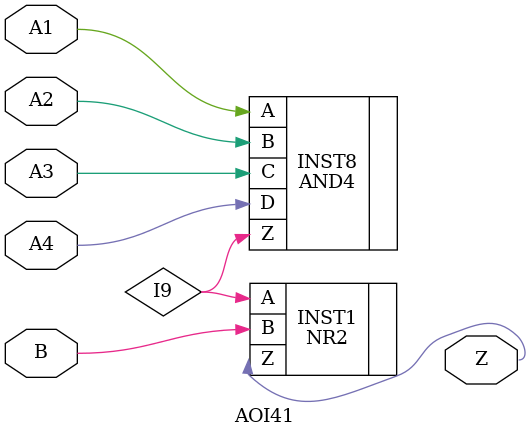
<source format=v>
`timescale 1 ns / 100 ps

/* Created by DB2VERILOG Version 1.2.0.2 on Fri Aug  5 11:13:59 1994 */
/* module compiled from "lsl2db 4.0.3" run */

module AOI41 (A1, A2, A3, A4, B, Z);
input  A1, A2, A3, A4, B;
output Z;
NR2 INST1 (.A(I9), .B(B), .Z(Z));
AND4 INST8 (.A(A1), .B(A2), .C(A3), .D(A4), .Z(I9));

endmodule


</source>
